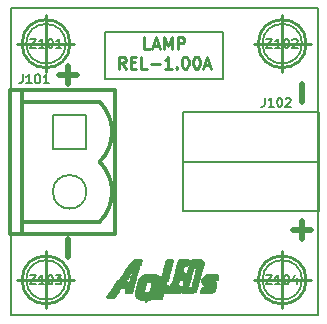
<source format=gto>
G04 (created by PCBNEW (2013-mar-13)-testing) date Wed 05 Jun 2013 12:42:06 PM WEST*
%MOIN*%
G04 Gerber Fmt 3.4, Leading zero omitted, Abs format*
%FSLAX34Y34*%
G01*
G70*
G90*
G04 APERTURE LIST*
%ADD10C,0.005906*%
%ADD11C,0.019685*%
%ADD12C,0.007874*%
%ADD13C,0.009843*%
%ADD14C,0.010000*%
%ADD15C,0.012000*%
%ADD16C,0.006000*%
G04 APERTURE END LIST*
G54D10*
G54D11*
X58605Y-31064D02*
X58605Y-31664D01*
X58305Y-31364D02*
X58905Y-31364D01*
X58605Y-36839D02*
X58605Y-37439D01*
G54D10*
X56692Y-29133D02*
X66929Y-29133D01*
X56692Y-39370D02*
X56692Y-29133D01*
X66929Y-39370D02*
X56692Y-39370D01*
X66929Y-39370D02*
X66929Y-29133D01*
G54D11*
X66394Y-36839D02*
X66394Y-36239D01*
X66694Y-36539D02*
X66094Y-36539D01*
X66394Y-32264D02*
X66394Y-31664D01*
G54D12*
X63779Y-29921D02*
X59842Y-29921D01*
X63779Y-31496D02*
X63779Y-29921D01*
X59842Y-31496D02*
X63779Y-31496D01*
X59842Y-29921D02*
X59842Y-31496D01*
G54D13*
X61342Y-30493D02*
X61154Y-30493D01*
X61154Y-30099D01*
X61454Y-30380D02*
X61642Y-30380D01*
X61417Y-30493D02*
X61548Y-30099D01*
X61679Y-30493D01*
X61811Y-30493D02*
X61811Y-30099D01*
X61942Y-30380D01*
X62073Y-30099D01*
X62073Y-30493D01*
X62260Y-30493D02*
X62260Y-30099D01*
X62410Y-30099D01*
X62448Y-30118D01*
X62467Y-30136D01*
X62485Y-30174D01*
X62485Y-30230D01*
X62467Y-30268D01*
X62448Y-30286D01*
X62410Y-30305D01*
X62260Y-30305D01*
X60526Y-31142D02*
X60395Y-30955D01*
X60301Y-31142D02*
X60301Y-30748D01*
X60451Y-30748D01*
X60489Y-30767D01*
X60508Y-30786D01*
X60526Y-30823D01*
X60526Y-30880D01*
X60508Y-30917D01*
X60489Y-30936D01*
X60451Y-30955D01*
X60301Y-30955D01*
X60695Y-30936D02*
X60826Y-30936D01*
X60883Y-31142D02*
X60695Y-31142D01*
X60695Y-30748D01*
X60883Y-30748D01*
X61239Y-31142D02*
X61051Y-31142D01*
X61051Y-30748D01*
X61370Y-30992D02*
X61670Y-30992D01*
X62064Y-31142D02*
X61839Y-31142D01*
X61951Y-31142D02*
X61951Y-30748D01*
X61914Y-30805D01*
X61876Y-30842D01*
X61839Y-30861D01*
X62232Y-31105D02*
X62251Y-31123D01*
X62232Y-31142D01*
X62214Y-31123D01*
X62232Y-31105D01*
X62232Y-31142D01*
X62495Y-30748D02*
X62532Y-30748D01*
X62570Y-30767D01*
X62589Y-30786D01*
X62607Y-30823D01*
X62626Y-30898D01*
X62626Y-30992D01*
X62607Y-31067D01*
X62589Y-31105D01*
X62570Y-31123D01*
X62532Y-31142D01*
X62495Y-31142D01*
X62457Y-31123D01*
X62439Y-31105D01*
X62420Y-31067D01*
X62401Y-30992D01*
X62401Y-30898D01*
X62420Y-30823D01*
X62439Y-30786D01*
X62457Y-30767D01*
X62495Y-30748D01*
X62870Y-30748D02*
X62907Y-30748D01*
X62945Y-30767D01*
X62964Y-30786D01*
X62982Y-30823D01*
X63001Y-30898D01*
X63001Y-30992D01*
X62982Y-31067D01*
X62964Y-31105D01*
X62945Y-31123D01*
X62907Y-31142D01*
X62870Y-31142D01*
X62832Y-31123D01*
X62814Y-31105D01*
X62795Y-31067D01*
X62776Y-30992D01*
X62776Y-30898D01*
X62795Y-30823D01*
X62814Y-30786D01*
X62832Y-30767D01*
X62870Y-30748D01*
X63151Y-31030D02*
X63338Y-31030D01*
X63113Y-31142D02*
X63245Y-30748D01*
X63376Y-31142D01*
G54D14*
X57874Y-37238D02*
X57874Y-39138D01*
X56924Y-38188D02*
X58824Y-38188D01*
X58674Y-38188D02*
G75*
G03X58674Y-38188I-800J0D01*
G74*
G01*
X65748Y-37238D02*
X65748Y-39138D01*
X64798Y-38188D02*
X66698Y-38188D01*
X66548Y-38188D02*
G75*
G03X66548Y-38188I-800J0D01*
G74*
G01*
X57874Y-29364D02*
X57874Y-31264D01*
X56924Y-30314D02*
X58824Y-30314D01*
X58674Y-30314D02*
G75*
G03X58674Y-30314I-800J0D01*
G74*
G01*
X65748Y-29364D02*
X65748Y-31264D01*
X64798Y-30314D02*
X66698Y-30314D01*
X66548Y-30314D02*
G75*
G03X66548Y-30314I-800J0D01*
G74*
G01*
G54D15*
X56661Y-31851D02*
X56661Y-36651D01*
X57061Y-36651D02*
X57061Y-31851D01*
X60161Y-31851D02*
X60161Y-36651D01*
X60161Y-31851D02*
X56661Y-31851D01*
X56661Y-36651D02*
X60161Y-36651D01*
X59661Y-34251D02*
G75*
G03X59661Y-32251I-1000J1000D01*
G74*
G01*
X59661Y-36251D02*
G75*
G03X59661Y-34251I-1000J1000D01*
G74*
G01*
X59661Y-36251D02*
X57061Y-36251D01*
X59661Y-32251D02*
X57061Y-32251D01*
G54D10*
X66968Y-34251D02*
X62440Y-34251D01*
X66968Y-32598D02*
X62440Y-32598D01*
X62440Y-32598D02*
X62440Y-35905D01*
X62440Y-35905D02*
X66968Y-35905D01*
X66968Y-35905D02*
X66968Y-32598D01*
X58533Y-38188D02*
G75*
G03X58533Y-38188I-659J0D01*
G74*
G01*
X66407Y-38188D02*
G75*
G03X66407Y-38188I-659J0D01*
G74*
G01*
X58533Y-30314D02*
G75*
G03X58533Y-30314I-659J0D01*
G74*
G01*
X66407Y-30314D02*
G75*
G03X66407Y-30314I-659J0D01*
G74*
G01*
X58100Y-32690D02*
X58100Y-33812D01*
X59222Y-33812D01*
X59222Y-32690D01*
X58100Y-32690D01*
X59222Y-35251D02*
G75*
G03X59222Y-35251I-560J0D01*
G74*
G01*
X60796Y-37534D02*
X60796Y-37511D01*
X61061Y-37511D01*
X61061Y-37534D01*
X60796Y-37534D01*
X61912Y-37534D02*
X61912Y-37511D01*
X62105Y-37511D01*
X62105Y-37534D01*
X61912Y-37534D01*
X62308Y-37534D02*
X62308Y-37511D01*
X62645Y-37511D01*
X62645Y-37534D01*
X62308Y-37534D01*
X62740Y-37534D02*
X62740Y-37511D01*
X63077Y-37511D01*
X63077Y-37534D01*
X62740Y-37534D01*
X60760Y-37570D02*
X60760Y-37547D01*
X61061Y-37547D01*
X61061Y-37570D01*
X60760Y-37570D01*
X61876Y-37570D02*
X61876Y-37547D01*
X62105Y-37547D01*
X62105Y-37570D01*
X61876Y-37570D01*
X62308Y-37570D02*
X62308Y-37547D01*
X63113Y-37547D01*
X63113Y-37570D01*
X62308Y-37570D01*
X60760Y-37606D02*
X60760Y-37583D01*
X61025Y-37583D01*
X61025Y-37606D01*
X60760Y-37606D01*
X61876Y-37606D02*
X61876Y-37583D01*
X62105Y-37583D01*
X62105Y-37606D01*
X61876Y-37606D01*
X62272Y-37606D02*
X62272Y-37583D01*
X63149Y-37583D01*
X63149Y-37606D01*
X62272Y-37606D01*
X60724Y-37642D02*
X60724Y-37619D01*
X61025Y-37619D01*
X61025Y-37642D01*
X60724Y-37642D01*
X61876Y-37642D02*
X61876Y-37619D01*
X62069Y-37619D01*
X62069Y-37642D01*
X61876Y-37642D01*
X62272Y-37642D02*
X62272Y-37619D01*
X63149Y-37619D01*
X63149Y-37642D01*
X62272Y-37642D01*
X60688Y-37678D02*
X60688Y-37655D01*
X61025Y-37655D01*
X61025Y-37678D01*
X60688Y-37678D01*
X61876Y-37678D02*
X61876Y-37655D01*
X62069Y-37655D01*
X62069Y-37678D01*
X61876Y-37678D01*
X62272Y-37678D02*
X62272Y-37655D01*
X63149Y-37655D01*
X63149Y-37678D01*
X62272Y-37678D01*
X60652Y-37714D02*
X60652Y-37691D01*
X60989Y-37691D01*
X60989Y-37714D01*
X60652Y-37714D01*
X61840Y-37714D02*
X61840Y-37691D01*
X62069Y-37691D01*
X62069Y-37714D01*
X61840Y-37714D01*
X62236Y-37714D02*
X62236Y-37691D01*
X62573Y-37691D01*
X62573Y-37714D01*
X62236Y-37714D01*
X62668Y-37714D02*
X62668Y-37691D01*
X62825Y-37691D01*
X62825Y-37714D01*
X62668Y-37714D01*
X62920Y-37714D02*
X62920Y-37691D01*
X63113Y-37691D01*
X63113Y-37714D01*
X62920Y-37714D01*
X60652Y-37750D02*
X60652Y-37727D01*
X60989Y-37727D01*
X60989Y-37750D01*
X60652Y-37750D01*
X61840Y-37750D02*
X61840Y-37727D01*
X62033Y-37727D01*
X62033Y-37750D01*
X61840Y-37750D01*
X62236Y-37750D02*
X62236Y-37727D01*
X62465Y-37727D01*
X62465Y-37750D01*
X62236Y-37750D01*
X62668Y-37750D02*
X62668Y-37727D01*
X62825Y-37727D01*
X62825Y-37750D01*
X62668Y-37750D01*
X62956Y-37750D02*
X62956Y-37727D01*
X63113Y-37727D01*
X63113Y-37750D01*
X62956Y-37750D01*
X60616Y-37786D02*
X60616Y-37763D01*
X60989Y-37763D01*
X60989Y-37786D01*
X60616Y-37786D01*
X61840Y-37786D02*
X61840Y-37763D01*
X62033Y-37763D01*
X62033Y-37786D01*
X61840Y-37786D01*
X62236Y-37786D02*
X62236Y-37763D01*
X62429Y-37763D01*
X62429Y-37786D01*
X62236Y-37786D01*
X62632Y-37786D02*
X62632Y-37763D01*
X62825Y-37763D01*
X62825Y-37786D01*
X62632Y-37786D01*
X62920Y-37786D02*
X62920Y-37763D01*
X63113Y-37763D01*
X63113Y-37786D01*
X62920Y-37786D01*
X60580Y-37822D02*
X60580Y-37799D01*
X60989Y-37799D01*
X60989Y-37822D01*
X60580Y-37822D01*
X61804Y-37822D02*
X61804Y-37799D01*
X62033Y-37799D01*
X62033Y-37822D01*
X61804Y-37822D01*
X62236Y-37822D02*
X62236Y-37799D01*
X62429Y-37799D01*
X62429Y-37822D01*
X62236Y-37822D01*
X62632Y-37822D02*
X62632Y-37799D01*
X62789Y-37799D01*
X62789Y-37822D01*
X62632Y-37822D01*
X62920Y-37822D02*
X62920Y-37799D01*
X63077Y-37799D01*
X63077Y-37822D01*
X62920Y-37822D01*
X60544Y-37858D02*
X60544Y-37835D01*
X60953Y-37835D01*
X60953Y-37858D01*
X60544Y-37858D01*
X61804Y-37858D02*
X61804Y-37835D01*
X62033Y-37835D01*
X62033Y-37858D01*
X61804Y-37858D01*
X62200Y-37858D02*
X62200Y-37835D01*
X62429Y-37835D01*
X62429Y-37858D01*
X62200Y-37858D01*
X62632Y-37858D02*
X62632Y-37835D01*
X62789Y-37835D01*
X62789Y-37858D01*
X62632Y-37858D01*
X62920Y-37858D02*
X62920Y-37835D01*
X63077Y-37835D01*
X63077Y-37858D01*
X62920Y-37858D01*
X60544Y-37894D02*
X60544Y-37871D01*
X60953Y-37871D01*
X60953Y-37894D01*
X60544Y-37894D01*
X61804Y-37894D02*
X61804Y-37871D01*
X61997Y-37871D01*
X61997Y-37894D01*
X61804Y-37894D01*
X62200Y-37894D02*
X62200Y-37871D01*
X62429Y-37871D01*
X62429Y-37894D01*
X62200Y-37894D01*
X62596Y-37894D02*
X62596Y-37871D01*
X62789Y-37871D01*
X62789Y-37894D01*
X62596Y-37894D01*
X62884Y-37894D02*
X62884Y-37871D01*
X63077Y-37871D01*
X63077Y-37894D01*
X62884Y-37894D01*
X60508Y-37930D02*
X60508Y-37907D01*
X60953Y-37907D01*
X60953Y-37930D01*
X60508Y-37930D01*
X61804Y-37930D02*
X61804Y-37907D01*
X61997Y-37907D01*
X61997Y-37930D01*
X61804Y-37930D01*
X62200Y-37930D02*
X62200Y-37907D01*
X62393Y-37907D01*
X62393Y-37930D01*
X62200Y-37930D01*
X62596Y-37930D02*
X62596Y-37907D01*
X62753Y-37907D01*
X62753Y-37930D01*
X62596Y-37930D01*
X62884Y-37930D02*
X62884Y-37907D01*
X63041Y-37907D01*
X63041Y-37930D01*
X62884Y-37930D01*
X60472Y-37966D02*
X60472Y-37943D01*
X60917Y-37943D01*
X60917Y-37966D01*
X60472Y-37966D01*
X61768Y-37966D02*
X61768Y-37943D01*
X61997Y-37943D01*
X61997Y-37966D01*
X61768Y-37966D01*
X62200Y-37966D02*
X62200Y-37943D01*
X62501Y-37943D01*
X62501Y-37966D01*
X62200Y-37966D01*
X62596Y-37966D02*
X62596Y-37943D01*
X62753Y-37943D01*
X62753Y-37966D01*
X62596Y-37966D01*
X62884Y-37966D02*
X62884Y-37943D01*
X63041Y-37943D01*
X63041Y-37966D01*
X62884Y-37966D01*
X60472Y-38002D02*
X60472Y-37979D01*
X60665Y-37979D01*
X60665Y-38002D01*
X60472Y-38002D01*
X60760Y-38002D02*
X60760Y-37979D01*
X60917Y-37979D01*
X60917Y-38002D01*
X60760Y-38002D01*
X61768Y-38002D02*
X61768Y-37979D01*
X61961Y-37979D01*
X61961Y-38002D01*
X61768Y-38002D01*
X62164Y-38002D02*
X62164Y-37979D01*
X62753Y-37979D01*
X62753Y-38002D01*
X62164Y-38002D01*
X62884Y-38002D02*
X62884Y-37979D01*
X63041Y-37979D01*
X63041Y-38002D01*
X62884Y-38002D01*
X60436Y-38038D02*
X60436Y-38015D01*
X60629Y-38015D01*
X60629Y-38038D01*
X60436Y-38038D01*
X60760Y-38038D02*
X60760Y-38015D01*
X60917Y-38015D01*
X60917Y-38038D01*
X60760Y-38038D01*
X61156Y-38038D02*
X61156Y-38015D01*
X61565Y-38015D01*
X61565Y-38038D01*
X61156Y-38038D01*
X61768Y-38038D02*
X61768Y-38015D01*
X61961Y-38015D01*
X61961Y-38038D01*
X61768Y-38038D01*
X62164Y-38038D02*
X62164Y-38015D01*
X62717Y-38015D01*
X62717Y-38038D01*
X62164Y-38038D01*
X62848Y-38038D02*
X62848Y-38015D01*
X63041Y-38015D01*
X63041Y-38038D01*
X62848Y-38038D01*
X63208Y-38038D02*
X63208Y-38015D01*
X63617Y-38015D01*
X63617Y-38038D01*
X63208Y-38038D01*
X60400Y-38074D02*
X60400Y-38051D01*
X60629Y-38051D01*
X60629Y-38074D01*
X60400Y-38074D01*
X60724Y-38074D02*
X60724Y-38051D01*
X60881Y-38051D01*
X60881Y-38074D01*
X60724Y-38074D01*
X61084Y-38074D02*
X61084Y-38051D01*
X61637Y-38051D01*
X61637Y-38074D01*
X61084Y-38074D01*
X61732Y-38074D02*
X61732Y-38051D01*
X61961Y-38051D01*
X61961Y-38074D01*
X61732Y-38074D01*
X62164Y-38074D02*
X62164Y-38051D01*
X62717Y-38051D01*
X62717Y-38074D01*
X62164Y-38074D01*
X62848Y-38074D02*
X62848Y-38051D01*
X63005Y-38051D01*
X63005Y-38074D01*
X62848Y-38074D01*
X63172Y-38074D02*
X63172Y-38051D01*
X63617Y-38051D01*
X63617Y-38074D01*
X63172Y-38074D01*
X60364Y-38110D02*
X60364Y-38087D01*
X60593Y-38087D01*
X60593Y-38110D01*
X60364Y-38110D01*
X60724Y-38110D02*
X60724Y-38087D01*
X60881Y-38087D01*
X60881Y-38110D01*
X60724Y-38110D01*
X61048Y-38110D02*
X61048Y-38087D01*
X61961Y-38087D01*
X61961Y-38110D01*
X61048Y-38110D01*
X62128Y-38110D02*
X62128Y-38087D01*
X62717Y-38087D01*
X62717Y-38110D01*
X62128Y-38110D01*
X62848Y-38110D02*
X62848Y-38087D01*
X63005Y-38087D01*
X63005Y-38110D01*
X62848Y-38110D01*
X63136Y-38110D02*
X63136Y-38087D01*
X63617Y-38087D01*
X63617Y-38110D01*
X63136Y-38110D01*
X60364Y-38146D02*
X60364Y-38123D01*
X60593Y-38123D01*
X60593Y-38146D01*
X60364Y-38146D01*
X60724Y-38146D02*
X60724Y-38123D01*
X60881Y-38123D01*
X60881Y-38146D01*
X60724Y-38146D01*
X61012Y-38146D02*
X61012Y-38123D01*
X61925Y-38123D01*
X61925Y-38146D01*
X61012Y-38146D01*
X62128Y-38146D02*
X62128Y-38123D01*
X62717Y-38123D01*
X62717Y-38146D01*
X62128Y-38146D01*
X62848Y-38146D02*
X62848Y-38123D01*
X63005Y-38123D01*
X63005Y-38146D01*
X62848Y-38146D01*
X63100Y-38146D02*
X63100Y-38123D01*
X63617Y-38123D01*
X63617Y-38146D01*
X63100Y-38146D01*
X60328Y-38182D02*
X60328Y-38159D01*
X60557Y-38159D01*
X60557Y-38182D01*
X60328Y-38182D01*
X60724Y-38182D02*
X60724Y-38159D01*
X60881Y-38159D01*
X60881Y-38182D01*
X60724Y-38182D01*
X60976Y-38182D02*
X60976Y-38159D01*
X61925Y-38159D01*
X61925Y-38182D01*
X60976Y-38182D01*
X62128Y-38182D02*
X62128Y-38159D01*
X62429Y-38159D01*
X62429Y-38182D01*
X62128Y-38182D01*
X62524Y-38182D02*
X62524Y-38159D01*
X62681Y-38159D01*
X62681Y-38182D01*
X62524Y-38182D01*
X62812Y-38182D02*
X62812Y-38159D01*
X62969Y-38159D01*
X62969Y-38182D01*
X62812Y-38182D01*
X63064Y-38182D02*
X63064Y-38159D01*
X63617Y-38159D01*
X63617Y-38182D01*
X63064Y-38182D01*
X60292Y-38218D02*
X60292Y-38195D01*
X60521Y-38195D01*
X60521Y-38218D01*
X60292Y-38218D01*
X60724Y-38218D02*
X60724Y-38195D01*
X60845Y-38195D01*
X60845Y-38218D01*
X60724Y-38218D01*
X60976Y-38218D02*
X60976Y-38195D01*
X61925Y-38195D01*
X61925Y-38218D01*
X60976Y-38218D01*
X62128Y-38218D02*
X62128Y-38195D01*
X62321Y-38195D01*
X62321Y-38218D01*
X62128Y-38218D01*
X62524Y-38218D02*
X62524Y-38195D01*
X62681Y-38195D01*
X62681Y-38218D01*
X62524Y-38218D01*
X62812Y-38218D02*
X62812Y-38195D01*
X62969Y-38195D01*
X62969Y-38218D01*
X62812Y-38218D01*
X63064Y-38218D02*
X63064Y-38195D01*
X63329Y-38195D01*
X63329Y-38218D01*
X63064Y-38218D01*
X60256Y-38254D02*
X60256Y-38231D01*
X60485Y-38231D01*
X60485Y-38254D01*
X60256Y-38254D01*
X60688Y-38254D02*
X60688Y-38231D01*
X60845Y-38231D01*
X60845Y-38254D01*
X60688Y-38254D01*
X60976Y-38254D02*
X60976Y-38231D01*
X61889Y-38231D01*
X61889Y-38254D01*
X60976Y-38254D01*
X62092Y-38254D02*
X62092Y-38231D01*
X62321Y-38231D01*
X62321Y-38254D01*
X62092Y-38254D01*
X62488Y-38254D02*
X62488Y-38231D01*
X62681Y-38231D01*
X62681Y-38254D01*
X62488Y-38254D01*
X62812Y-38254D02*
X62812Y-38231D01*
X62969Y-38231D01*
X62969Y-38254D01*
X62812Y-38254D01*
X63064Y-38254D02*
X63064Y-38231D01*
X63509Y-38231D01*
X63509Y-38254D01*
X63064Y-38254D01*
X60256Y-38290D02*
X60256Y-38267D01*
X60593Y-38267D01*
X60593Y-38290D01*
X60256Y-38290D01*
X60688Y-38290D02*
X60688Y-38267D01*
X60845Y-38267D01*
X60845Y-38290D01*
X60688Y-38290D01*
X60940Y-38290D02*
X60940Y-38267D01*
X61205Y-38267D01*
X61205Y-38290D01*
X60940Y-38290D01*
X61444Y-38290D02*
X61444Y-38267D01*
X61889Y-38267D01*
X61889Y-38290D01*
X61444Y-38290D01*
X62092Y-38290D02*
X62092Y-38267D01*
X62285Y-38267D01*
X62285Y-38290D01*
X62092Y-38290D01*
X62488Y-38290D02*
X62488Y-38267D01*
X62645Y-38267D01*
X62645Y-38290D01*
X62488Y-38290D01*
X62776Y-38290D02*
X62776Y-38267D01*
X62933Y-38267D01*
X62933Y-38290D01*
X62776Y-38290D01*
X63100Y-38290D02*
X63100Y-38267D01*
X63545Y-38267D01*
X63545Y-38290D01*
X63100Y-38290D01*
X60220Y-38326D02*
X60220Y-38303D01*
X60809Y-38303D01*
X60809Y-38326D01*
X60220Y-38326D01*
X60940Y-38326D02*
X60940Y-38303D01*
X61205Y-38303D01*
X61205Y-38326D01*
X60940Y-38326D01*
X61408Y-38326D02*
X61408Y-38303D01*
X61889Y-38303D01*
X61889Y-38326D01*
X61408Y-38326D01*
X62092Y-38326D02*
X62092Y-38303D01*
X62285Y-38303D01*
X62285Y-38326D01*
X62092Y-38326D01*
X62488Y-38326D02*
X62488Y-38303D01*
X62645Y-38303D01*
X62645Y-38326D01*
X62488Y-38326D01*
X62776Y-38326D02*
X62776Y-38303D01*
X62933Y-38303D01*
X62933Y-38326D01*
X62776Y-38326D01*
X63100Y-38326D02*
X63100Y-38303D01*
X63545Y-38303D01*
X63545Y-38326D01*
X63100Y-38326D01*
X60184Y-38362D02*
X60184Y-38339D01*
X60809Y-38339D01*
X60809Y-38362D01*
X60184Y-38362D01*
X60940Y-38362D02*
X60940Y-38339D01*
X61205Y-38339D01*
X61205Y-38362D01*
X60940Y-38362D01*
X61408Y-38362D02*
X61408Y-38339D01*
X61853Y-38339D01*
X61853Y-38362D01*
X61408Y-38362D01*
X62056Y-38362D02*
X62056Y-38339D01*
X62285Y-38339D01*
X62285Y-38362D01*
X62056Y-38362D01*
X62488Y-38362D02*
X62488Y-38339D01*
X62645Y-38339D01*
X62645Y-38362D01*
X62488Y-38362D01*
X62776Y-38362D02*
X62776Y-38339D01*
X62933Y-38339D01*
X62933Y-38362D01*
X62776Y-38362D01*
X63136Y-38362D02*
X63136Y-38339D01*
X63545Y-38339D01*
X63545Y-38362D01*
X63136Y-38362D01*
X60148Y-38398D02*
X60148Y-38375D01*
X60809Y-38375D01*
X60809Y-38398D01*
X60148Y-38398D01*
X60904Y-38398D02*
X60904Y-38375D01*
X61169Y-38375D01*
X61169Y-38398D01*
X60904Y-38398D01*
X61408Y-38398D02*
X61408Y-38375D01*
X61961Y-38375D01*
X61961Y-38398D01*
X61408Y-38398D01*
X62056Y-38398D02*
X62056Y-38375D01*
X62357Y-38375D01*
X62357Y-38398D01*
X62056Y-38398D01*
X62452Y-38398D02*
X62452Y-38375D01*
X62609Y-38375D01*
X62609Y-38398D01*
X62452Y-38398D01*
X62776Y-38398D02*
X62776Y-38375D01*
X62933Y-38375D01*
X62933Y-38398D01*
X62776Y-38398D01*
X63172Y-38398D02*
X63172Y-38375D01*
X63545Y-38375D01*
X63545Y-38398D01*
X63172Y-38398D01*
X60148Y-38434D02*
X60148Y-38411D01*
X60809Y-38411D01*
X60809Y-38434D01*
X60148Y-38434D01*
X60904Y-38434D02*
X60904Y-38411D01*
X61169Y-38411D01*
X61169Y-38434D01*
X60904Y-38434D01*
X61408Y-38434D02*
X61408Y-38411D01*
X62609Y-38411D01*
X62609Y-38434D01*
X61408Y-38434D01*
X62740Y-38434D02*
X62740Y-38411D01*
X62897Y-38411D01*
X62897Y-38434D01*
X62740Y-38434D01*
X63352Y-38434D02*
X63352Y-38411D01*
X63545Y-38411D01*
X63545Y-38434D01*
X63352Y-38434D01*
X60112Y-38470D02*
X60112Y-38447D01*
X60773Y-38447D01*
X60773Y-38470D01*
X60112Y-38470D01*
X60904Y-38470D02*
X60904Y-38447D01*
X61169Y-38447D01*
X61169Y-38470D01*
X60904Y-38470D01*
X61372Y-38470D02*
X61372Y-38447D01*
X62897Y-38447D01*
X62897Y-38470D01*
X61372Y-38470D01*
X63064Y-38470D02*
X63064Y-38447D01*
X63545Y-38447D01*
X63545Y-38470D01*
X63064Y-38470D01*
X60076Y-38506D02*
X60076Y-38483D01*
X60341Y-38483D01*
X60341Y-38506D01*
X60076Y-38506D01*
X60544Y-38506D02*
X60544Y-38483D01*
X60773Y-38483D01*
X60773Y-38506D01*
X60544Y-38506D01*
X60904Y-38506D02*
X60904Y-38483D01*
X61169Y-38483D01*
X61169Y-38506D01*
X60904Y-38506D01*
X61372Y-38506D02*
X61372Y-38483D01*
X62897Y-38483D01*
X62897Y-38506D01*
X61372Y-38506D01*
X63064Y-38506D02*
X63064Y-38483D01*
X63509Y-38483D01*
X63509Y-38506D01*
X63064Y-38506D01*
X60076Y-38542D02*
X60076Y-38519D01*
X60305Y-38519D01*
X60305Y-38542D01*
X60076Y-38542D01*
X60544Y-38542D02*
X60544Y-38519D01*
X60773Y-38519D01*
X60773Y-38542D01*
X60544Y-38542D01*
X60868Y-38542D02*
X60868Y-38519D01*
X61133Y-38519D01*
X61133Y-38542D01*
X60868Y-38542D01*
X61372Y-38542D02*
X61372Y-38519D01*
X62861Y-38519D01*
X62861Y-38542D01*
X61372Y-38542D01*
X63028Y-38542D02*
X63028Y-38519D01*
X63509Y-38519D01*
X63509Y-38542D01*
X63028Y-38542D01*
X60040Y-38578D02*
X60040Y-38555D01*
X60305Y-38555D01*
X60305Y-38578D01*
X60040Y-38578D01*
X60544Y-38578D02*
X60544Y-38555D01*
X60737Y-38555D01*
X60737Y-38578D01*
X60544Y-38578D01*
X60868Y-38578D02*
X60868Y-38555D01*
X61133Y-38555D01*
X61133Y-38578D01*
X60868Y-38578D01*
X61336Y-38578D02*
X61336Y-38555D01*
X62861Y-38555D01*
X62861Y-38578D01*
X61336Y-38578D01*
X63028Y-38578D02*
X63028Y-38555D01*
X63473Y-38555D01*
X63473Y-38578D01*
X63028Y-38578D01*
X60004Y-38614D02*
X60004Y-38591D01*
X60269Y-38591D01*
X60269Y-38614D01*
X60004Y-38614D01*
X60544Y-38614D02*
X60544Y-38591D01*
X60737Y-38591D01*
X60737Y-38614D01*
X60544Y-38614D01*
X60868Y-38614D02*
X60868Y-38591D01*
X61133Y-38591D01*
X61133Y-38614D01*
X60868Y-38614D01*
X61300Y-38614D02*
X61300Y-38591D01*
X61925Y-38591D01*
X61925Y-38614D01*
X61300Y-38614D01*
X62020Y-38614D02*
X62020Y-38591D01*
X62357Y-38591D01*
X62357Y-38614D01*
X62020Y-38614D01*
X62452Y-38614D02*
X62452Y-38591D01*
X62789Y-38591D01*
X62789Y-38614D01*
X62452Y-38614D01*
X63028Y-38614D02*
X63028Y-38591D01*
X63401Y-38591D01*
X63401Y-38614D01*
X63028Y-38614D01*
X59968Y-38650D02*
X59968Y-38627D01*
X60233Y-38627D01*
X60233Y-38650D01*
X59968Y-38650D01*
X60868Y-38650D02*
X60868Y-38627D01*
X61565Y-38627D01*
X61565Y-38650D01*
X60868Y-38650D01*
X59968Y-38686D02*
X59968Y-38663D01*
X60197Y-38663D01*
X60197Y-38686D01*
X59968Y-38686D01*
X60868Y-38686D02*
X60868Y-38663D01*
X61781Y-38663D01*
X61781Y-38686D01*
X60868Y-38686D01*
X59932Y-38722D02*
X59932Y-38699D01*
X60197Y-38699D01*
X60197Y-38722D01*
X59932Y-38722D01*
X60868Y-38722D02*
X60868Y-38699D01*
X61781Y-38699D01*
X61781Y-38722D01*
X60868Y-38722D01*
X59896Y-38758D02*
X59896Y-38735D01*
X60161Y-38735D01*
X60161Y-38758D01*
X59896Y-38758D01*
X60904Y-38758D02*
X60904Y-38735D01*
X61745Y-38735D01*
X61745Y-38758D01*
X60904Y-38758D01*
X59932Y-38794D02*
X59932Y-38771D01*
X60125Y-38771D01*
X60125Y-38794D01*
X59932Y-38794D01*
X60904Y-38794D02*
X60904Y-38771D01*
X61745Y-38771D01*
X61745Y-38794D01*
X60904Y-38794D01*
X60976Y-38830D02*
X60976Y-38807D01*
X61745Y-38807D01*
X61745Y-38830D01*
X60976Y-38830D01*
X61048Y-38866D02*
X61048Y-38843D01*
X61349Y-38843D01*
X61349Y-38866D01*
X61048Y-38866D01*
X61192Y-38902D02*
X61192Y-38879D01*
X61241Y-38879D01*
X61241Y-38902D01*
X61192Y-38902D01*
X61192Y-38938D02*
X61192Y-38915D01*
X61205Y-38915D01*
X61205Y-38938D01*
X61192Y-38938D01*
G54D16*
X57345Y-38024D02*
X57545Y-38024D01*
X57345Y-38324D01*
X57545Y-38324D01*
X57816Y-38324D02*
X57645Y-38324D01*
X57731Y-38324D02*
X57731Y-38024D01*
X57702Y-38067D01*
X57674Y-38096D01*
X57645Y-38110D01*
X58002Y-38024D02*
X58031Y-38024D01*
X58059Y-38038D01*
X58074Y-38053D01*
X58088Y-38081D01*
X58102Y-38138D01*
X58102Y-38210D01*
X58088Y-38267D01*
X58074Y-38296D01*
X58059Y-38310D01*
X58031Y-38324D01*
X58002Y-38324D01*
X57974Y-38310D01*
X57959Y-38296D01*
X57945Y-38267D01*
X57931Y-38210D01*
X57931Y-38138D01*
X57945Y-38081D01*
X57959Y-38053D01*
X57974Y-38038D01*
X58002Y-38024D01*
X58202Y-38024D02*
X58388Y-38024D01*
X58288Y-38138D01*
X58331Y-38138D01*
X58359Y-38153D01*
X58374Y-38167D01*
X58388Y-38196D01*
X58388Y-38267D01*
X58374Y-38296D01*
X58359Y-38310D01*
X58331Y-38324D01*
X58245Y-38324D01*
X58216Y-38310D01*
X58202Y-38296D01*
X65219Y-38024D02*
X65419Y-38024D01*
X65219Y-38324D01*
X65419Y-38324D01*
X65690Y-38324D02*
X65519Y-38324D01*
X65605Y-38324D02*
X65605Y-38024D01*
X65576Y-38067D01*
X65548Y-38096D01*
X65519Y-38110D01*
X65876Y-38024D02*
X65905Y-38024D01*
X65933Y-38038D01*
X65948Y-38053D01*
X65962Y-38081D01*
X65976Y-38138D01*
X65976Y-38210D01*
X65962Y-38267D01*
X65948Y-38296D01*
X65933Y-38310D01*
X65905Y-38324D01*
X65876Y-38324D01*
X65848Y-38310D01*
X65833Y-38296D01*
X65819Y-38267D01*
X65805Y-38210D01*
X65805Y-38138D01*
X65819Y-38081D01*
X65833Y-38053D01*
X65848Y-38038D01*
X65876Y-38024D01*
X66233Y-38124D02*
X66233Y-38324D01*
X66162Y-38010D02*
X66090Y-38224D01*
X66276Y-38224D01*
X57345Y-30150D02*
X57545Y-30150D01*
X57345Y-30450D01*
X57545Y-30450D01*
X57816Y-30450D02*
X57645Y-30450D01*
X57731Y-30450D02*
X57731Y-30150D01*
X57702Y-30193D01*
X57674Y-30222D01*
X57645Y-30236D01*
X58002Y-30150D02*
X58031Y-30150D01*
X58059Y-30164D01*
X58074Y-30179D01*
X58088Y-30207D01*
X58102Y-30264D01*
X58102Y-30336D01*
X58088Y-30393D01*
X58074Y-30422D01*
X58059Y-30436D01*
X58031Y-30450D01*
X58002Y-30450D01*
X57974Y-30436D01*
X57959Y-30422D01*
X57945Y-30393D01*
X57931Y-30336D01*
X57931Y-30264D01*
X57945Y-30207D01*
X57959Y-30179D01*
X57974Y-30164D01*
X58002Y-30150D01*
X58388Y-30450D02*
X58216Y-30450D01*
X58302Y-30450D02*
X58302Y-30150D01*
X58274Y-30193D01*
X58245Y-30222D01*
X58216Y-30236D01*
X65219Y-30150D02*
X65419Y-30150D01*
X65219Y-30450D01*
X65419Y-30450D01*
X65690Y-30450D02*
X65519Y-30450D01*
X65605Y-30450D02*
X65605Y-30150D01*
X65576Y-30193D01*
X65548Y-30222D01*
X65519Y-30236D01*
X65876Y-30150D02*
X65905Y-30150D01*
X65933Y-30164D01*
X65948Y-30179D01*
X65962Y-30207D01*
X65976Y-30264D01*
X65976Y-30336D01*
X65962Y-30393D01*
X65948Y-30422D01*
X65933Y-30436D01*
X65905Y-30450D01*
X65876Y-30450D01*
X65848Y-30436D01*
X65833Y-30422D01*
X65819Y-30393D01*
X65805Y-30336D01*
X65805Y-30264D01*
X65819Y-30207D01*
X65833Y-30179D01*
X65848Y-30164D01*
X65876Y-30150D01*
X66090Y-30179D02*
X66105Y-30164D01*
X66133Y-30150D01*
X66205Y-30150D01*
X66233Y-30164D01*
X66248Y-30179D01*
X66262Y-30207D01*
X66262Y-30236D01*
X66248Y-30279D01*
X66076Y-30450D01*
X66262Y-30450D01*
X57094Y-31331D02*
X57094Y-31546D01*
X57080Y-31588D01*
X57051Y-31617D01*
X57008Y-31631D01*
X56980Y-31631D01*
X57394Y-31631D02*
X57223Y-31631D01*
X57308Y-31631D02*
X57308Y-31331D01*
X57280Y-31374D01*
X57251Y-31403D01*
X57223Y-31417D01*
X57580Y-31331D02*
X57608Y-31331D01*
X57637Y-31346D01*
X57651Y-31360D01*
X57666Y-31388D01*
X57680Y-31446D01*
X57680Y-31517D01*
X57666Y-31574D01*
X57651Y-31603D01*
X57637Y-31617D01*
X57608Y-31631D01*
X57580Y-31631D01*
X57551Y-31617D01*
X57537Y-31603D01*
X57523Y-31574D01*
X57508Y-31517D01*
X57508Y-31446D01*
X57523Y-31388D01*
X57537Y-31360D01*
X57551Y-31346D01*
X57580Y-31331D01*
X57966Y-31631D02*
X57794Y-31631D01*
X57880Y-31631D02*
X57880Y-31331D01*
X57851Y-31374D01*
X57823Y-31403D01*
X57794Y-31417D01*
X65165Y-32119D02*
X65165Y-32333D01*
X65151Y-32376D01*
X65122Y-32404D01*
X65079Y-32419D01*
X65051Y-32419D01*
X65465Y-32419D02*
X65294Y-32419D01*
X65379Y-32419D02*
X65379Y-32119D01*
X65351Y-32162D01*
X65322Y-32190D01*
X65294Y-32204D01*
X65651Y-32119D02*
X65679Y-32119D01*
X65708Y-32133D01*
X65722Y-32147D01*
X65736Y-32176D01*
X65751Y-32233D01*
X65751Y-32304D01*
X65736Y-32362D01*
X65722Y-32390D01*
X65708Y-32404D01*
X65679Y-32419D01*
X65651Y-32419D01*
X65622Y-32404D01*
X65608Y-32390D01*
X65594Y-32362D01*
X65579Y-32304D01*
X65579Y-32233D01*
X65594Y-32176D01*
X65608Y-32147D01*
X65622Y-32133D01*
X65651Y-32119D01*
X65865Y-32147D02*
X65879Y-32133D01*
X65908Y-32119D01*
X65979Y-32119D01*
X66008Y-32133D01*
X66022Y-32147D01*
X66036Y-32176D01*
X66036Y-32204D01*
X66022Y-32247D01*
X65851Y-32419D01*
X66036Y-32419D01*
M02*

</source>
